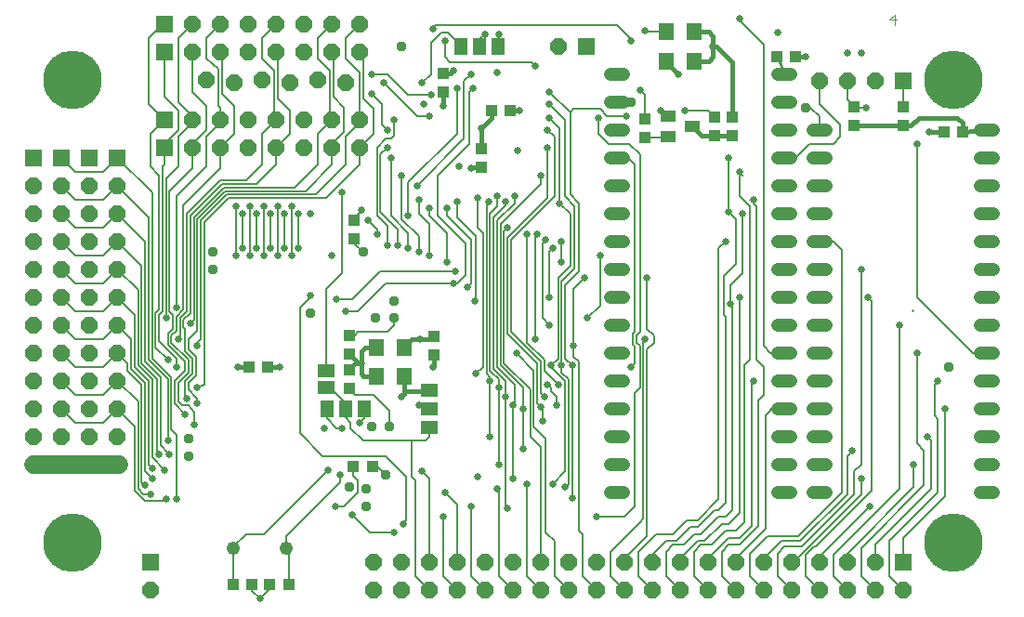
<source format=gbl>
G75*
%MOIN*%
%OFA0B0*%
%FSLAX24Y24*%
%IPPOS*%
%LPD*%
%AMOC8*
5,1,8,0,0,1.08239X$1,22.5*
%
%ADD10C,0.0030*%
%ADD11C,0.2100*%
%ADD12C,0.0480*%
%ADD13R,0.0600X0.0600*%
%ADD14OC8,0.0600*%
%ADD15R,0.0528X0.0591*%
%ADD16C,0.0480*%
%ADD17R,0.0433X0.0394*%
%ADD18OC8,0.0337*%
%ADD19R,0.0591X0.0512*%
%ADD20R,0.0394X0.0433*%
%ADD21R,0.0551X0.0394*%
%ADD22R,0.0512X0.0591*%
%ADD23R,0.0630X0.0460*%
%ADD24C,0.0258*%
%ADD25C,0.0160*%
%ADD26C,0.0050*%
%ADD27C,0.0660*%
%ADD28C,0.0100*%
D10*
X032200Y022140D02*
X032200Y022510D01*
X032015Y022325D01*
X032262Y022325D01*
D11*
X034303Y020178D03*
X034303Y003572D03*
X002697Y003572D03*
X002697Y020178D03*
D12*
X022010Y020375D02*
X022490Y020375D01*
X022490Y019375D02*
X022010Y019375D01*
X022010Y018375D02*
X022490Y018375D01*
X022490Y017375D02*
X022010Y017375D01*
X022010Y016375D02*
X022490Y016375D01*
X022490Y015375D02*
X022010Y015375D01*
X022010Y014375D02*
X022490Y014375D01*
X022490Y013375D02*
X022010Y013375D01*
X022010Y012375D02*
X022490Y012375D01*
X022490Y011375D02*
X022010Y011375D01*
X022010Y010375D02*
X022490Y010375D01*
X022490Y009375D02*
X022010Y009375D01*
X022010Y008375D02*
X022490Y008375D01*
X022490Y007375D02*
X022010Y007375D01*
X022010Y006375D02*
X022490Y006375D01*
X022490Y005375D02*
X022010Y005375D01*
X028010Y005375D02*
X028490Y005375D01*
X029260Y005375D02*
X029740Y005375D01*
X029740Y006375D02*
X029260Y006375D01*
X028490Y006375D02*
X028010Y006375D01*
X028010Y007375D02*
X028490Y007375D01*
X029260Y007375D02*
X029740Y007375D01*
X029740Y008375D02*
X029260Y008375D01*
X028490Y008375D02*
X028010Y008375D01*
X028010Y009375D02*
X028490Y009375D01*
X029260Y009375D02*
X029740Y009375D01*
X029740Y010375D02*
X029260Y010375D01*
X028490Y010375D02*
X028010Y010375D01*
X028010Y011375D02*
X028490Y011375D01*
X029260Y011375D02*
X029740Y011375D01*
X029740Y012375D02*
X029260Y012375D01*
X028490Y012375D02*
X028010Y012375D01*
X028010Y013375D02*
X028490Y013375D01*
X029260Y013375D02*
X029740Y013375D01*
X029740Y014375D02*
X029260Y014375D01*
X028490Y014375D02*
X028010Y014375D01*
X028010Y015375D02*
X028490Y015375D01*
X029260Y015375D02*
X029740Y015375D01*
X029740Y016375D02*
X029260Y016375D01*
X028490Y016375D02*
X028010Y016375D01*
X028010Y017375D02*
X028490Y017375D01*
X029260Y017375D02*
X029740Y017375D01*
X029740Y018375D02*
X029260Y018375D01*
X028490Y018375D02*
X028010Y018375D01*
X028010Y019375D02*
X028490Y019375D01*
X028490Y020375D02*
X028010Y020375D01*
X035260Y018375D02*
X035740Y018375D01*
X035740Y017375D02*
X035260Y017375D01*
X035260Y016375D02*
X035740Y016375D01*
X035740Y015375D02*
X035260Y015375D01*
X035260Y014375D02*
X035740Y014375D01*
X035740Y013375D02*
X035260Y013375D01*
X035260Y012375D02*
X035740Y012375D01*
X035740Y011375D02*
X035260Y011375D01*
X035260Y010375D02*
X035740Y010375D01*
X035740Y009375D02*
X035260Y009375D01*
X035260Y008375D02*
X035740Y008375D01*
X035740Y007375D02*
X035260Y007375D01*
X035260Y006375D02*
X035740Y006375D01*
X035740Y005375D02*
X035260Y005375D01*
D13*
X032500Y002875D03*
X006000Y017750D03*
X006000Y018750D03*
X004313Y017375D03*
X003313Y017375D03*
X002313Y017375D03*
X001313Y017375D03*
X006000Y021188D03*
X006000Y022188D03*
X021125Y021375D03*
X032500Y020125D03*
X005500Y002875D03*
D14*
X005500Y001875D03*
X004313Y006375D03*
X003313Y006375D03*
X002313Y006375D03*
X001313Y006375D03*
X001313Y007375D03*
X002313Y007375D03*
X003313Y007375D03*
X004313Y007375D03*
X004313Y008375D03*
X003313Y008375D03*
X002313Y008375D03*
X001313Y008375D03*
X001313Y009375D03*
X002313Y009375D03*
X003313Y009375D03*
X004313Y009375D03*
X004313Y010375D03*
X003313Y010375D03*
X002313Y010375D03*
X001313Y010375D03*
X001313Y011375D03*
X002313Y011375D03*
X003313Y011375D03*
X004313Y011375D03*
X004313Y012375D03*
X003313Y012375D03*
X002313Y012375D03*
X001313Y012375D03*
X001313Y013375D03*
X002313Y013375D03*
X003313Y013375D03*
X004313Y013375D03*
X004313Y014375D03*
X003313Y014375D03*
X002313Y014375D03*
X001313Y014375D03*
X001313Y015375D03*
X002313Y015375D03*
X003313Y015375D03*
X004313Y015375D03*
X004313Y016375D03*
X003313Y016375D03*
X002313Y016375D03*
X001313Y016375D03*
X007000Y017750D03*
X008000Y017750D03*
X009000Y017750D03*
X010000Y017750D03*
X011000Y017750D03*
X012000Y017750D03*
X013000Y017750D03*
X013000Y018750D03*
X012000Y018750D03*
X011000Y018750D03*
X010000Y018750D03*
X009000Y018750D03*
X008000Y018750D03*
X007000Y018750D03*
X007500Y020188D03*
X008500Y020063D03*
X009500Y020188D03*
X010500Y020063D03*
X011500Y020188D03*
X012500Y020063D03*
X012000Y021188D03*
X011000Y021188D03*
X010000Y021188D03*
X009000Y021188D03*
X008000Y021188D03*
X007000Y021188D03*
X007000Y022188D03*
X008000Y022188D03*
X009000Y022188D03*
X010000Y022188D03*
X011000Y022188D03*
X012000Y022188D03*
X013000Y022188D03*
X013000Y021188D03*
X020125Y021375D03*
X029500Y020125D03*
X030500Y020125D03*
X031500Y020125D03*
X031500Y002875D03*
X030500Y002875D03*
X029500Y002875D03*
X028500Y002875D03*
X027500Y002875D03*
X026500Y002875D03*
X025500Y002875D03*
X024500Y002875D03*
X023500Y002875D03*
X022500Y002875D03*
X021500Y002875D03*
X020500Y002875D03*
X019500Y002875D03*
X018500Y002875D03*
X017500Y002875D03*
X016500Y002875D03*
X015500Y002875D03*
X014500Y002875D03*
X013500Y002875D03*
X013500Y001875D03*
X014500Y001875D03*
X015500Y001875D03*
X016500Y001875D03*
X017500Y001875D03*
X018500Y001875D03*
X019500Y001875D03*
X020500Y001875D03*
X021500Y001875D03*
X022500Y001875D03*
X023500Y001875D03*
X024500Y001875D03*
X025500Y001875D03*
X026500Y001875D03*
X027500Y001875D03*
X028500Y001875D03*
X029500Y001875D03*
X030500Y001875D03*
X031500Y001875D03*
X032500Y001875D03*
D15*
X014603Y009546D03*
X013603Y009546D03*
X013603Y010589D03*
X014603Y010589D03*
X024022Y020848D03*
X025022Y020848D03*
X025022Y021892D03*
X024022Y021892D03*
D16*
X010388Y003375D03*
X008488Y003375D03*
D17*
X008478Y002063D03*
X009147Y002063D03*
X009790Y002063D03*
X010460Y002063D03*
X012625Y009103D03*
X012625Y009772D03*
X012625Y010353D03*
X012625Y011022D03*
X009710Y009875D03*
X009040Y009875D03*
X012813Y014478D03*
X012813Y015147D03*
X017728Y019063D03*
X018397Y019063D03*
X023250Y018772D03*
X023250Y018103D03*
X026375Y018165D03*
X026375Y018835D03*
X027978Y021000D03*
X028647Y021000D03*
X030750Y019210D03*
X030750Y018540D03*
X032500Y018540D03*
X032500Y019210D03*
X033978Y018313D03*
X034647Y018313D03*
D18*
X029000Y019188D03*
X022750Y019375D03*
X014500Y021375D03*
X013125Y014000D03*
X014250Y012250D03*
X014250Y011625D03*
X013563Y011625D03*
X011250Y011813D03*
X007750Y013375D03*
X007750Y014000D03*
X013438Y007750D03*
X014063Y007750D03*
X013938Y006000D03*
X013250Y005500D03*
X012625Y005563D03*
X013250Y004875D03*
X006875Y006688D03*
X006875Y007313D03*
X034125Y009875D03*
D19*
X015500Y009044D03*
X015500Y008375D03*
X015500Y007706D03*
D20*
X013460Y006313D03*
X012790Y006313D03*
X015688Y010290D03*
X015688Y010960D03*
X017375Y017040D03*
X017375Y017710D03*
X016000Y019728D03*
X016000Y020397D03*
X025750Y018835D03*
X025750Y018165D03*
D21*
X024933Y018500D03*
X024067Y018126D03*
X024067Y018874D03*
D22*
X017982Y021375D03*
X017313Y021375D03*
X016643Y021375D03*
X013169Y008375D03*
X012500Y008375D03*
X011831Y008375D03*
D23*
X011813Y009138D03*
X011813Y009738D03*
D24*
X013063Y010000D03*
X014500Y008813D03*
X015125Y008500D03*
X013000Y007875D03*
X012375Y007688D03*
X011750Y007688D03*
X011875Y006188D03*
X012313Y006000D03*
X012125Y004875D03*
X012750Y004563D03*
X014250Y003938D03*
X014563Y004250D03*
X016000Y004500D03*
X017000Y004875D03*
X016063Y005375D03*
X017250Y005938D03*
X017938Y005500D03*
X018500Y005875D03*
X019000Y005688D03*
X019938Y005688D03*
X020375Y005563D03*
X020625Y005188D03*
X021500Y004500D03*
X018313Y004813D03*
X018000Y006375D03*
X018875Y006938D03*
X017688Y007375D03*
X018875Y008375D03*
X018500Y008500D03*
X018250Y008813D03*
X018000Y009125D03*
X017688Y009375D03*
X017188Y009625D03*
X015625Y009875D03*
X015188Y010875D03*
X017125Y012250D03*
X016875Y012750D03*
X016375Y012875D03*
X016438Y013313D03*
X016125Y013625D03*
X015500Y013875D03*
X015125Y014000D03*
X014750Y014125D03*
X014375Y014250D03*
X014000Y014250D03*
X013625Y014625D03*
X013313Y015125D03*
X013063Y015500D03*
X012375Y016125D03*
X011250Y015375D03*
X010813Y015375D03*
X010563Y015625D03*
X010313Y015375D03*
X010063Y015625D03*
X009813Y015375D03*
X009563Y015625D03*
X009313Y015375D03*
X009063Y015625D03*
X008813Y015375D03*
X008563Y015625D03*
X008813Y014125D03*
X009063Y013875D03*
X009313Y014125D03*
X009563Y013875D03*
X009813Y014125D03*
X010063Y013875D03*
X010313Y014125D03*
X010563Y013875D03*
X010813Y014125D03*
X012000Y013875D03*
X012188Y012313D03*
X012500Y011875D03*
X011250Y012438D03*
X008563Y013875D03*
X006438Y012000D03*
X006063Y011625D03*
X006938Y011438D03*
X006500Y010875D03*
X007188Y010625D03*
X006438Y009875D03*
X006125Y010125D03*
X007188Y009125D03*
X006813Y008750D03*
X007188Y008563D03*
X006750Y008188D03*
X007063Y007813D03*
X006125Y007250D03*
X006188Y006750D03*
X005813Y006750D03*
X005563Y006250D03*
X005563Y005875D03*
X005313Y005625D03*
X005500Y005313D03*
X006063Y005125D03*
X006438Y005125D03*
X006000Y006188D03*
X008625Y009875D03*
X010125Y009875D03*
X015250Y006125D03*
X019563Y007938D03*
X019500Y008438D03*
X019625Y008813D03*
X019750Y009250D03*
X020125Y009250D03*
X020250Y009938D03*
X019875Y009938D03*
X020625Y009938D03*
X020688Y010625D03*
X019813Y011375D03*
X019313Y010875D03*
X018625Y010375D03*
X021188Y011625D03*
X019813Y012375D03*
X021063Y013063D03*
X020250Y013625D03*
X019938Y014125D03*
X020250Y014375D03*
X019688Y014438D03*
X019375Y014625D03*
X019000Y014625D03*
X018313Y014875D03*
X018250Y015813D03*
X017938Y016000D03*
X017625Y015813D03*
X017250Y015938D03*
X016500Y015813D03*
X016125Y015563D03*
X015500Y015563D03*
X015125Y015875D03*
X015063Y016375D03*
X014500Y016750D03*
X014125Y017375D03*
X014000Y017750D03*
X014000Y018375D03*
X014250Y018750D03*
X015313Y019313D03*
X015563Y019625D03*
X015250Y020063D03*
X016375Y020500D03*
X017000Y020375D03*
X017063Y019875D03*
X016500Y019875D03*
X016000Y019250D03*
X015500Y018875D03*
X017375Y018438D03*
X018750Y019063D03*
X019813Y019313D03*
X019813Y019750D03*
X019813Y018813D03*
X019750Y018375D03*
X019750Y017750D03*
X018688Y017625D03*
X019500Y016750D03*
X018563Y016000D03*
X020188Y015750D03*
X021625Y013875D03*
X023313Y013063D03*
X026125Y014375D03*
X026250Y015438D03*
X026750Y015375D03*
X027125Y015875D03*
X026625Y016875D03*
X026250Y017375D03*
X024688Y019063D03*
X023813Y019063D03*
X023063Y019813D03*
X024438Y020375D03*
X025688Y021375D03*
X026625Y022375D03*
X028000Y021875D03*
X029000Y021000D03*
X030500Y021125D03*
X031000Y021125D03*
X031188Y019188D03*
X033000Y017875D03*
X033438Y018313D03*
X031000Y013375D03*
X031250Y012375D03*
X032375Y011375D03*
X033000Y010375D03*
X033750Y009375D03*
X034000Y008375D03*
X033375Y007375D03*
X032875Y006375D03*
X031000Y005875D03*
X030688Y006875D03*
X031313Y004875D03*
X027125Y009375D03*
X023250Y010875D03*
X022750Y009875D03*
X020063Y008500D03*
X026313Y012125D03*
X026625Y012375D03*
X017000Y017000D03*
X016563Y017063D03*
X014750Y015313D03*
X013438Y019688D03*
X013875Y020063D03*
X013438Y020375D03*
X015625Y022000D03*
X016063Y021563D03*
X017500Y021813D03*
X018000Y021813D03*
X019313Y020688D03*
X017938Y020438D03*
X021563Y018813D03*
X022563Y018875D03*
X022750Y021563D03*
X023250Y021938D03*
X009438Y001563D03*
D25*
X015500Y008375D02*
X015375Y008500D01*
X015125Y008500D01*
X014603Y008916D02*
X014603Y009019D01*
X014603Y009546D01*
X014603Y009019D02*
X015474Y009019D01*
X014603Y008916D02*
X014500Y008813D01*
X013603Y009546D02*
X013142Y009546D01*
X013063Y009625D01*
X013063Y010000D01*
X012853Y010000D01*
X012625Y009772D01*
X012978Y010000D02*
X013063Y010000D01*
X013063Y010438D01*
X013214Y010589D01*
X013603Y010589D01*
X012978Y010000D02*
X012625Y010353D01*
X014603Y010589D02*
X014889Y010875D01*
X015188Y010875D01*
X015603Y010875D01*
X015688Y010960D01*
X015688Y010290D02*
X015688Y009938D01*
X015625Y009875D01*
X010125Y009875D02*
X009710Y009875D01*
X009040Y009875D02*
X008625Y009875D01*
X017000Y017000D02*
X017000Y017040D01*
X017375Y017040D01*
X017375Y017710D02*
X017375Y018438D01*
X017728Y018790D01*
X017728Y019063D01*
X018397Y019063D02*
X018750Y019063D01*
X016375Y020500D02*
X016272Y020397D01*
X016000Y020397D01*
X016000Y019728D02*
X016000Y019250D01*
X024022Y020791D02*
X024438Y020375D01*
X024022Y020791D02*
X024022Y020848D01*
X025022Y020848D02*
X025536Y020848D01*
X025688Y021000D01*
X025688Y021375D01*
X025688Y021750D01*
X025546Y021892D01*
X025022Y021892D01*
X025688Y021563D02*
X025688Y021375D01*
X025688Y021188D01*
X025688Y021375D02*
X025813Y021375D01*
X026375Y020813D01*
X026375Y018835D01*
X026375Y018165D02*
X025750Y018165D01*
X025268Y018165D01*
X024933Y018500D01*
X028647Y021000D02*
X029000Y021000D01*
X030750Y018540D02*
X032500Y018540D01*
X032790Y018540D01*
X033063Y018813D01*
X034438Y018813D01*
X034625Y018625D01*
X034625Y018397D01*
X034647Y018313D01*
X035500Y018375D01*
X033978Y018313D02*
X033438Y018313D01*
D26*
X033000Y017875D02*
X033000Y012375D01*
X035000Y010375D01*
X035500Y010375D01*
X033750Y009375D02*
X033625Y009250D01*
X033625Y008125D01*
X033750Y008000D01*
X033750Y005375D01*
X032000Y003625D01*
X032000Y002375D01*
X032500Y001875D01*
X031500Y001875D02*
X031000Y002375D01*
X031000Y003375D01*
X033250Y005625D01*
X033250Y006875D01*
X033000Y007125D01*
X033000Y010375D01*
X032375Y011375D02*
X032375Y005500D01*
X030000Y003125D01*
X030000Y002375D01*
X030500Y001875D01*
X029500Y001875D02*
X029000Y002375D01*
X029000Y003125D01*
X029313Y003438D01*
X029375Y003438D01*
X031375Y005438D01*
X031375Y012250D01*
X031250Y012375D01*
X031000Y013375D02*
X031000Y006375D01*
X030750Y006125D01*
X030750Y005313D01*
X028875Y003438D01*
X028250Y003438D01*
X028000Y003188D01*
X028000Y002375D01*
X028500Y001875D01*
X027500Y001875D02*
X027000Y002375D01*
X027000Y003188D01*
X027625Y003813D01*
X028750Y003813D01*
X030313Y005375D01*
X030313Y014063D01*
X030000Y014375D01*
X029500Y014375D01*
X027250Y015625D02*
X027125Y015750D01*
X027125Y015875D01*
X027000Y015875D01*
X027000Y015625D02*
X026625Y016000D01*
X026625Y016875D01*
X026750Y016750D01*
X026250Y017375D02*
X026250Y015438D01*
X026406Y015281D01*
X026500Y015188D01*
X026500Y013563D01*
X026063Y013125D01*
X026063Y011750D01*
X026125Y011688D01*
X026125Y005000D01*
X025875Y004750D01*
X025750Y004750D01*
X025125Y004125D01*
X024875Y004125D01*
X024375Y003625D01*
X024000Y003625D01*
X023500Y003125D01*
X023500Y002875D01*
X024000Y003250D02*
X024250Y003500D01*
X024625Y003500D01*
X025000Y003875D01*
X025250Y003875D01*
X025875Y004500D01*
X026125Y004500D01*
X026375Y004750D01*
X026375Y012063D01*
X026313Y012125D01*
X026313Y012813D01*
X026750Y013250D01*
X026750Y015375D01*
X027000Y015625D02*
X027000Y010125D01*
X026813Y009938D01*
X026813Y004313D01*
X026500Y004000D01*
X026125Y004000D01*
X025625Y003500D01*
X025250Y003500D01*
X025000Y003250D01*
X025000Y002375D01*
X025500Y001875D01*
X026000Y002375D02*
X026000Y003250D01*
X026250Y003500D01*
X026625Y003500D01*
X027313Y004188D01*
X027313Y008688D01*
X027500Y008875D01*
X027500Y009875D01*
X027250Y010125D01*
X027250Y015625D01*
X026125Y014375D02*
X025875Y014125D01*
X025875Y005125D01*
X025125Y004375D01*
X024750Y004375D01*
X024250Y003875D01*
X023625Y003875D01*
X023000Y003250D01*
X023000Y002375D01*
X023500Y001875D01*
X024000Y002375D02*
X024500Y001875D01*
X024000Y002375D02*
X024000Y003250D01*
X024500Y003000D02*
X025125Y003625D01*
X025375Y003625D01*
X026000Y004250D01*
X026250Y004250D01*
X026625Y004625D01*
X026625Y012375D01*
X027500Y010625D02*
X027500Y021438D01*
X026625Y022313D01*
X026625Y022375D01*
X024022Y021892D02*
X023296Y021892D01*
X023250Y021938D01*
X022750Y021625D02*
X022250Y022125D01*
X015750Y022125D01*
X015625Y022000D01*
X015938Y021875D02*
X015563Y021500D01*
X015563Y020375D01*
X015250Y020063D01*
X015563Y019625D02*
X014750Y019625D01*
X014000Y020375D01*
X013438Y020375D01*
X013000Y020438D02*
X012500Y020938D01*
X012500Y021688D01*
X013000Y022188D01*
X012000Y022188D02*
X011500Y021688D01*
X011500Y020938D01*
X011938Y020500D01*
X011938Y018813D01*
X012000Y018750D01*
X011500Y018250D01*
X011500Y017125D01*
X010688Y016313D01*
X008125Y016313D01*
X007063Y015250D01*
X007063Y011563D01*
X006938Y011438D01*
X006750Y011250D02*
X006688Y011313D01*
X006688Y011563D01*
X006938Y011813D01*
X006938Y015313D01*
X008063Y016438D01*
X009313Y016438D01*
X010000Y017125D01*
X010000Y017750D01*
X010500Y018250D01*
X010500Y019063D01*
X010063Y019500D01*
X010063Y021125D01*
X010000Y021188D01*
X009500Y020938D02*
X009500Y021688D01*
X010000Y022188D01*
X009500Y020938D02*
X009938Y020500D01*
X009938Y018813D01*
X010000Y018750D01*
X009500Y018250D01*
X009500Y017125D01*
X008938Y016563D01*
X008000Y016563D01*
X006813Y015375D01*
X006813Y011875D01*
X006563Y011625D01*
X006563Y010938D01*
X006500Y010875D01*
X006250Y010750D02*
X006875Y010125D01*
X006875Y009688D01*
X006500Y009313D01*
X006500Y008625D01*
X006625Y008500D01*
X006875Y008500D01*
X007063Y008250D01*
X007063Y007813D01*
X006750Y008188D02*
X006375Y008563D01*
X006375Y009375D01*
X006750Y009750D01*
X006750Y010063D01*
X006125Y010688D01*
X006125Y011063D01*
X006313Y011250D01*
X006313Y011750D01*
X006188Y011875D01*
X006188Y016188D01*
X007000Y017000D01*
X007000Y017750D01*
X007000Y017875D01*
X007500Y018375D01*
X007500Y019250D01*
X007000Y019750D01*
X007000Y021188D01*
X007500Y020938D02*
X007500Y021688D01*
X008000Y022188D01*
X007000Y022188D02*
X006500Y021688D01*
X006500Y019375D01*
X007000Y018875D01*
X007000Y018750D01*
X007000Y018625D01*
X006500Y018125D01*
X006500Y017063D01*
X006063Y016625D01*
X006063Y011625D01*
X005938Y011875D02*
X005938Y017063D01*
X006000Y017125D01*
X006000Y017750D01*
X006000Y017875D01*
X006500Y018375D01*
X006500Y019063D01*
X006000Y019563D01*
X006000Y021188D01*
X005438Y021688D02*
X005938Y022188D01*
X006000Y022188D01*
X005438Y021688D02*
X005438Y019313D01*
X006000Y018750D01*
X005500Y018250D01*
X005500Y017063D01*
X005813Y016750D01*
X005813Y011938D01*
X005688Y011813D01*
X005688Y010563D01*
X006125Y010125D01*
X006438Y010188D02*
X006438Y009875D01*
X006438Y010188D02*
X005813Y010813D01*
X005813Y011750D01*
X005938Y011875D01*
X006438Y012000D02*
X006438Y016000D01*
X007500Y017063D01*
X007500Y018125D01*
X008000Y018625D01*
X008000Y018750D01*
X008000Y019188D01*
X007938Y019250D01*
X007938Y020563D01*
X007500Y020938D01*
X008000Y021188D02*
X008063Y021125D01*
X008063Y019688D01*
X008500Y019250D01*
X008500Y018250D01*
X008000Y017750D01*
X008000Y017000D01*
X006688Y015688D01*
X006688Y011938D01*
X006438Y011688D01*
X006438Y011188D01*
X006250Y011000D01*
X006250Y010750D01*
X006750Y010438D02*
X007000Y010188D01*
X007000Y009625D01*
X006750Y009375D01*
X006750Y008813D01*
X006813Y008750D01*
X006875Y009063D02*
X006875Y009313D01*
X007125Y009563D01*
X007125Y010250D01*
X006875Y010500D01*
X006875Y010875D01*
X007188Y011188D01*
X007188Y015188D01*
X008188Y016188D01*
X011063Y016188D01*
X012000Y017125D01*
X012000Y017750D01*
X012000Y017875D01*
X012438Y018313D01*
X012438Y019188D01*
X012063Y019563D01*
X012063Y021125D01*
X012000Y021188D01*
X013000Y021188D02*
X013125Y021063D01*
X013125Y019500D01*
X013500Y019125D01*
X013500Y018250D01*
X013000Y017750D01*
X013000Y017125D01*
X011813Y015938D01*
X008313Y015938D01*
X007438Y015063D01*
X007438Y009250D01*
X007188Y009125D01*
X006875Y009063D02*
X007188Y008750D01*
X007188Y008563D01*
X006250Y009500D02*
X006250Y007625D01*
X006438Y007438D01*
X006438Y005125D01*
X006063Y005125D02*
X006000Y005063D01*
X005313Y005063D01*
X004938Y005438D01*
X004938Y007750D01*
X004313Y008375D01*
X003813Y007875D01*
X002813Y007875D01*
X002313Y008375D01*
X002813Y008875D02*
X003813Y008875D01*
X004313Y009375D01*
X005063Y008625D01*
X005063Y005500D01*
X005250Y005313D01*
X005500Y005313D01*
X005313Y005625D02*
X005188Y005750D01*
X005188Y009250D01*
X004688Y009750D01*
X004688Y010000D01*
X004313Y010375D01*
X003813Y009875D01*
X002813Y009875D01*
X002313Y010375D01*
X002813Y010875D02*
X003813Y010875D01*
X004313Y011375D01*
X004813Y010875D01*
X004813Y009813D01*
X005313Y009313D01*
X005313Y006125D01*
X005563Y005875D01*
X005563Y006250D02*
X005438Y006375D01*
X005438Y009375D01*
X004938Y009875D01*
X004938Y011750D01*
X004313Y012375D01*
X003813Y011875D01*
X002813Y011875D01*
X002313Y012375D01*
X002813Y012875D02*
X003813Y012875D01*
X004313Y013375D01*
X005063Y012625D01*
X005063Y009938D01*
X005563Y009438D01*
X005563Y006625D01*
X006000Y006188D01*
X005813Y006750D02*
X005750Y006813D01*
X005750Y009438D01*
X005188Y010000D01*
X005188Y013500D01*
X004313Y014375D01*
X003813Y013875D01*
X002813Y013875D01*
X002313Y014375D01*
X002813Y014875D02*
X003813Y014875D01*
X004313Y015375D01*
X005313Y014375D01*
X005313Y010063D01*
X005875Y009500D01*
X005875Y007063D01*
X006188Y006750D01*
X006125Y007250D02*
X006125Y009438D01*
X005438Y010125D01*
X005438Y015250D01*
X004313Y016375D01*
X003813Y015875D01*
X002813Y015875D01*
X002313Y016375D01*
X002813Y016875D02*
X003813Y016875D01*
X004313Y017375D01*
X005563Y016125D01*
X005563Y010188D01*
X006250Y009500D01*
X006750Y010438D02*
X006750Y011250D01*
X007188Y010750D02*
X007313Y010875D01*
X007313Y015125D01*
X008250Y016063D01*
X011438Y016063D01*
X012500Y017125D01*
X012500Y018125D01*
X013000Y018625D01*
X013000Y018750D01*
X013000Y020438D01*
X013875Y020063D02*
X015063Y018875D01*
X015500Y018875D01*
X015125Y018875D01*
X014250Y018750D02*
X014250Y018188D01*
X014125Y018063D01*
X013938Y018063D01*
X013625Y017750D01*
X013625Y015313D01*
X014000Y014938D01*
X014000Y014250D01*
X014375Y014250D02*
X014375Y014813D01*
X013750Y015438D01*
X013750Y017500D01*
X014000Y017750D01*
X014125Y017375D02*
X014125Y015313D01*
X014750Y014688D01*
X014750Y014125D01*
X015125Y014000D02*
X015125Y014563D01*
X014500Y015188D01*
X014500Y016750D01*
X014750Y016500D02*
X014750Y015313D01*
X015125Y015375D02*
X015500Y015000D01*
X015500Y013875D01*
X016125Y013625D02*
X016125Y014688D01*
X015500Y015313D01*
X015500Y015563D01*
X015813Y015313D02*
X015813Y016750D01*
X016938Y017875D01*
X016938Y019750D01*
X017063Y019875D01*
X016750Y020125D02*
X016750Y018063D01*
X015063Y016375D01*
X014750Y016500D02*
X016500Y018250D01*
X016500Y019875D01*
X016750Y020125D02*
X017000Y020375D01*
X016250Y020813D02*
X019188Y020813D01*
X019313Y020688D01*
X019813Y019750D02*
X020563Y019000D01*
X020688Y019125D01*
X021625Y019125D01*
X021875Y018875D01*
X022563Y018875D01*
X023250Y018772D02*
X023250Y019625D01*
X023063Y019813D01*
X023813Y019063D02*
X023878Y019063D01*
X024067Y018874D01*
X024688Y019063D02*
X025522Y019063D01*
X025750Y018835D01*
X024067Y018126D02*
X024044Y018103D01*
X023250Y018103D01*
X022688Y017875D02*
X021938Y017875D01*
X021563Y018250D01*
X021563Y018813D01*
X020563Y019000D02*
X020563Y016063D01*
X020875Y015750D01*
X020875Y013313D01*
X020375Y012813D01*
X020375Y010188D01*
X020625Y009938D01*
X020625Y005188D01*
X020375Y005563D02*
X020500Y005688D01*
X020500Y009438D01*
X020250Y009688D01*
X020250Y009938D01*
X020250Y012938D01*
X020719Y013406D01*
X020719Y015656D01*
X020375Y016000D01*
X020375Y018750D01*
X019813Y019313D01*
X019813Y018813D02*
X020188Y018438D01*
X020188Y015750D01*
X020563Y015375D01*
X020563Y013500D01*
X020125Y013063D01*
X020125Y010188D01*
X019875Y009938D01*
X019875Y009875D01*
X020375Y009375D01*
X020375Y006125D01*
X019938Y005688D01*
X019000Y005688D02*
X019000Y002375D01*
X019500Y001875D01*
X020000Y002375D02*
X020000Y003625D01*
X019688Y003938D01*
X019688Y007313D01*
X019250Y007750D01*
X019250Y009750D01*
X018625Y010375D01*
X019000Y010750D02*
X019000Y014625D01*
X019313Y014563D02*
X019375Y014625D01*
X019313Y014563D02*
X019313Y010875D01*
X019000Y010750D02*
X019625Y010125D01*
X019625Y009750D01*
X020125Y009250D01*
X019875Y009125D02*
X019875Y009000D01*
X020063Y008813D01*
X020063Y008500D01*
X019563Y008375D02*
X019500Y008438D01*
X019375Y008563D01*
X019375Y010000D01*
X018313Y011063D01*
X018313Y014500D01*
X019750Y015938D01*
X019750Y017750D01*
X020000Y018125D02*
X019750Y018375D01*
X020000Y018125D02*
X020000Y016000D01*
X018438Y014438D01*
X018438Y011125D01*
X019500Y010063D01*
X019500Y008938D01*
X019625Y008813D01*
X019875Y009125D02*
X019750Y009250D01*
X019125Y009063D02*
X018188Y010000D01*
X018188Y014750D01*
X018313Y014875D01*
X018063Y015000D02*
X018063Y009938D01*
X018875Y009125D01*
X018875Y008375D01*
X018875Y006938D01*
X019125Y007375D02*
X019125Y009063D01*
X018563Y009250D02*
X018563Y008563D01*
X018500Y008500D01*
X018500Y005875D01*
X018000Y005438D02*
X017938Y005500D01*
X018000Y005438D02*
X018000Y002375D01*
X018500Y001875D01*
X017500Y001875D02*
X017000Y002375D01*
X017000Y004875D01*
X016500Y004938D02*
X016063Y005375D01*
X016500Y004938D02*
X016500Y002875D01*
X016000Y002375D02*
X016500Y001875D01*
X016000Y002375D02*
X016000Y004500D01*
X014688Y004375D02*
X014563Y004250D01*
X014688Y004375D02*
X014688Y005938D01*
X013938Y006688D01*
X011688Y006688D01*
X010875Y007500D01*
X010875Y012000D01*
X011250Y012375D01*
X011250Y012438D01*
X011813Y012688D02*
X011813Y009738D01*
X011813Y009138D02*
X011925Y009138D01*
X012500Y008563D01*
X012500Y008375D01*
X012500Y008063D01*
X012688Y007875D01*
X012688Y007688D01*
X013125Y007250D01*
X014875Y007250D01*
X014875Y005938D01*
X015000Y005813D01*
X015000Y002375D01*
X015500Y001875D01*
X015500Y002875D02*
X015500Y005875D01*
X015250Y006125D01*
X015375Y007250D02*
X014875Y007250D01*
X015375Y007250D02*
X015500Y007375D01*
X015500Y007706D01*
X014063Y007750D02*
X014063Y008313D01*
X013500Y008875D01*
X012853Y008875D01*
X012625Y009103D01*
X013169Y008375D02*
X013169Y008044D01*
X013000Y007875D01*
X012375Y007688D02*
X012188Y007688D01*
X011831Y008044D01*
X011831Y008375D01*
X009040Y009835D02*
X009040Y009875D01*
X007188Y010625D02*
X007188Y010750D01*
X002813Y010875D02*
X002313Y011375D01*
X002813Y012875D02*
X002313Y013375D01*
X002813Y014875D02*
X002313Y015375D01*
X002813Y016875D02*
X002313Y017375D01*
X008563Y015625D02*
X008563Y013875D01*
X008813Y014125D02*
X008813Y015375D01*
X009063Y015625D02*
X009063Y013875D01*
X009313Y014125D02*
X009313Y015375D01*
X009563Y015625D02*
X009563Y013875D01*
X009813Y014125D02*
X009813Y015375D01*
X010063Y015625D02*
X010063Y013875D01*
X010313Y014125D02*
X010313Y015375D01*
X010563Y015625D02*
X010563Y013875D01*
X010813Y014125D02*
X010813Y015375D01*
X012375Y016125D02*
X012375Y013250D01*
X011813Y012688D01*
X012188Y012313D02*
X012750Y012313D01*
X013750Y013313D01*
X016438Y013313D01*
X016813Y013188D02*
X016813Y014313D01*
X015813Y015313D01*
X016125Y015313D02*
X016125Y015563D01*
X016125Y015313D02*
X017000Y014438D01*
X017000Y012875D01*
X016875Y012750D01*
X016500Y012875D02*
X016375Y012875D01*
X013938Y012875D01*
X012938Y011875D01*
X012500Y011875D01*
X012938Y011125D02*
X014000Y011125D01*
X014250Y011375D01*
X014250Y011625D01*
X012938Y011125D02*
X012835Y011022D01*
X012625Y011022D01*
X015474Y009019D02*
X015500Y009044D01*
X017188Y009625D02*
X017438Y009875D01*
X017438Y014688D01*
X017250Y014875D01*
X017250Y015938D01*
X017563Y015750D02*
X017625Y015813D01*
X017563Y015750D02*
X017563Y009625D01*
X017688Y009500D01*
X017688Y009375D01*
X017688Y007375D01*
X018000Y006375D02*
X018000Y009125D01*
X018000Y009438D01*
X017688Y009750D01*
X017688Y015375D01*
X017938Y015625D01*
X017938Y016000D01*
X018250Y015813D02*
X018250Y015688D01*
X017813Y015250D01*
X017813Y009813D01*
X018250Y009375D01*
X018250Y008813D01*
X018250Y004875D01*
X018313Y004813D01*
X020875Y004000D02*
X021000Y003875D01*
X021000Y002375D01*
X021500Y001875D01*
X020500Y001875D02*
X020000Y002375D01*
X019500Y002875D02*
X019500Y007000D01*
X019125Y007375D01*
X019563Y007938D02*
X019563Y008375D01*
X018563Y009250D02*
X017938Y009875D01*
X017938Y015125D01*
X018563Y015750D01*
X018563Y016000D01*
X019500Y016438D02*
X019500Y016750D01*
X019500Y016438D02*
X018063Y015000D01*
X017188Y014563D02*
X016500Y015250D01*
X016500Y015813D01*
X015125Y015875D02*
X015125Y015375D01*
X013625Y014813D02*
X013625Y014625D01*
X013625Y014813D02*
X013313Y015125D01*
X013063Y015500D02*
X012813Y015147D01*
X012813Y014478D02*
X012813Y014313D01*
X013125Y014000D01*
X016500Y012875D02*
X016813Y013188D01*
X017188Y012313D02*
X017188Y014563D01*
X019563Y014313D02*
X019688Y014438D01*
X019563Y014313D02*
X019563Y011625D01*
X019813Y011375D01*
X020688Y010625D02*
X020688Y010250D01*
X020875Y010063D01*
X020875Y004000D01*
X021500Y004500D02*
X022500Y004500D01*
X022875Y004875D01*
X022875Y008938D01*
X023063Y009125D01*
X023063Y010625D01*
X022938Y010750D01*
X022938Y011000D01*
X023063Y011125D01*
X023063Y017500D01*
X022688Y017875D01*
X022625Y017375D02*
X022250Y017375D01*
X022625Y017375D02*
X022875Y017125D01*
X022875Y011125D01*
X022813Y011063D01*
X022813Y010688D01*
X022875Y010625D01*
X022875Y010000D01*
X022750Y009875D01*
X023313Y010500D02*
X023313Y003813D01*
X022500Y003000D01*
X022500Y002875D01*
X022000Y003250D02*
X023063Y004313D01*
X023188Y004438D01*
X023188Y010750D01*
X023250Y010813D01*
X023250Y010875D01*
X023563Y011000D02*
X023313Y011250D01*
X023313Y013063D01*
X021625Y013875D02*
X021625Y012063D01*
X021188Y011625D01*
X020688Y010625D02*
X020688Y012688D01*
X021063Y013063D01*
X020250Y013625D02*
X020250Y014375D01*
X019938Y014125D02*
X019813Y014000D01*
X019813Y012375D01*
X017188Y012313D02*
X017125Y012250D01*
X023313Y010500D02*
X023563Y010750D01*
X023563Y011000D01*
X027063Y009313D02*
X027125Y009375D01*
X027063Y009313D02*
X027063Y004188D01*
X026625Y003750D01*
X026250Y003750D01*
X025500Y003000D01*
X025500Y002875D01*
X026000Y002375D02*
X026500Y001875D01*
X026500Y002875D02*
X026500Y003000D01*
X027563Y004063D01*
X027563Y008125D01*
X027813Y008375D01*
X028500Y008375D01*
X027813Y008375D02*
X027750Y008375D01*
X030500Y006688D02*
X030688Y006875D01*
X030500Y006688D02*
X030500Y005313D01*
X028813Y003625D01*
X028125Y003625D01*
X027500Y003000D01*
X027500Y002875D01*
X028500Y002875D02*
X028563Y002875D01*
X031000Y005313D01*
X031000Y005875D01*
X031313Y004875D02*
X029500Y003063D01*
X029500Y002875D01*
X030500Y002875D02*
X030500Y003188D01*
X032875Y005563D01*
X032875Y006375D01*
X033500Y007250D02*
X033375Y007375D01*
X033500Y007250D02*
X033500Y005500D01*
X031500Y003500D01*
X031500Y002875D01*
X032500Y002875D02*
X032500Y003750D01*
X034000Y005250D01*
X034000Y008375D01*
X032875Y011875D02*
X032835Y011915D01*
X028250Y010375D02*
X027750Y010375D01*
X027500Y010625D01*
X028250Y017375D02*
X028625Y017375D01*
X029125Y017875D01*
X030000Y017875D01*
X030250Y018125D01*
X030250Y018563D01*
X029500Y019313D01*
X029500Y020125D01*
X030500Y020125D02*
X030500Y019460D01*
X030750Y019210D01*
X030772Y019188D01*
X031188Y019188D01*
X032500Y019210D02*
X032500Y020125D01*
X029500Y018875D02*
X029500Y018375D01*
X029500Y018875D02*
X029188Y019188D01*
X029000Y019188D01*
X022750Y021563D02*
X022750Y021625D01*
X018000Y021813D02*
X017982Y021794D01*
X017982Y021375D01*
X017500Y021813D02*
X017313Y021625D01*
X017313Y021375D01*
X016643Y021375D02*
X016643Y021419D01*
X016188Y021875D01*
X015938Y021875D01*
X016063Y021563D02*
X016063Y021000D01*
X016250Y020813D01*
X013813Y019313D02*
X013438Y019688D01*
X013813Y019313D02*
X013813Y018563D01*
X014000Y018375D01*
X002813Y008875D02*
X002313Y009375D01*
X008488Y003425D02*
X008938Y003875D01*
X009563Y003875D01*
X011875Y006188D01*
X012313Y006000D02*
X012313Y005738D01*
X010388Y003813D01*
X010388Y003375D01*
X010460Y003303D01*
X010460Y002063D01*
X009790Y002063D02*
X009790Y001915D01*
X009438Y001563D01*
X009147Y001853D01*
X009147Y002063D01*
X008478Y002063D02*
X008478Y003365D01*
X008488Y003375D01*
X008488Y003425D01*
X012125Y004875D02*
X012438Y004875D01*
X012938Y005375D01*
X012938Y005813D01*
X012790Y005960D01*
X012790Y006313D01*
X013460Y006313D02*
X013625Y006313D01*
X013938Y006000D01*
X012750Y004563D02*
X013375Y003938D01*
X014250Y003938D01*
X022000Y003250D02*
X022000Y002375D01*
X022500Y001875D01*
X024500Y002875D02*
X024500Y003000D01*
D27*
X004375Y006375D02*
X001313Y006375D01*
D28*
X028250Y020375D02*
X028000Y021000D01*
X027978Y021000D01*
M02*

</source>
